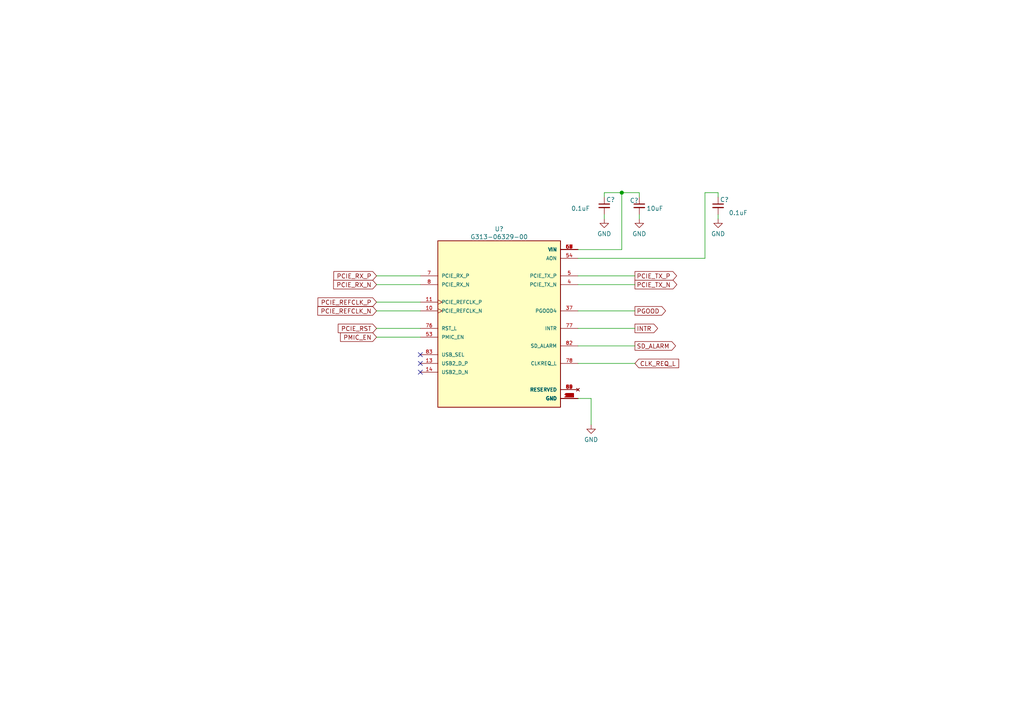
<source format=kicad_sch>
(kicad_sch (version 20210126) (generator eeschema)
  (paper "A4")
  (lib_symbols
    (symbol "Device:C_Small" (pin_numbers hide) (pin_names (offset 0.254) hide)
      (property "Reference" "C" (at 0.254 1.778 0))
      (property "Value" "C_Small" (at 0.254 -2.032 0))
      (symbol "C_Small_0_1"
        (polyline (pts (xy -1.524 -0.508) (xy 1.524 -0.508)) (stroke (width 0.3302)))
        (polyline (pts (xy -1.524 0.508) (xy 1.524 0.508)) (stroke (width 0.3048)))
      )
      (symbol "C_Small_1_1"
        (pin passive line (at 0 2.54 270) (length 2.032) (name "~") (number "1"))
        (pin passive line (at 0 -2.54 90) (length 2.032) (name "~") (number "2"))
      )
    )
    (symbol "G313-06329-00:G313-06329-00" (pin_names (offset 1.016))
      (property "Reference" "U" (at -17.78 23.622 0))
      (property "Value" "G313-06329-00" (at -17.78 -27.94 0))
      (symbol "G313-06329-00_0_0"
        (rectangle (start -17.78 -25.4) (end 17.78 22.86) (stroke (width 0.254)) (fill (type background)))
        (pin power_in line (at 22.86 -22.86 180) (length 5.08) (name "GND") (number "1"))
        (pin input clock (at -22.86 2.54 0) (length 5.08) (name "PCIE_REFCLK_N") (number "10"))
        (pin power_in line (at 22.86 -22.86 180) (length 5.08) (name "GND") (number "100"))
        (pin power_in line (at 22.86 -22.86 180) (length 5.08) (name "GND") (number "101"))
        (pin power_in line (at 22.86 -22.86 180) (length 5.08) (name "GND") (number "102"))
        (pin power_in line (at 22.86 -22.86 180) (length 5.08) (name "GND") (number "103"))
        (pin power_in line (at 22.86 -22.86 180) (length 5.08) (name "GND") (number "104"))
        (pin power_in line (at 22.86 -22.86 180) (length 5.08) (name "GND") (number "105"))
        (pin power_in line (at 22.86 -22.86 180) (length 5.08) (name "GND") (number "106"))
        (pin power_in line (at 22.86 -22.86 180) (length 5.08) (name "GND") (number "107"))
        (pin power_in line (at 22.86 -22.86 180) (length 5.08) (name "GND") (number "108"))
        (pin power_in line (at 22.86 -22.86 180) (length 5.08) (name "GND") (number "109"))
        (pin input clock (at -22.86 5.08 0) (length 5.08) (name "PCIE_REFCLK_P") (number "11"))
        (pin power_in line (at 22.86 -22.86 180) (length 5.08) (name "GND") (number "110"))
        (pin power_in line (at 22.86 -22.86 180) (length 5.08) (name "GND") (number "111"))
        (pin power_in line (at 22.86 -22.86 180) (length 5.08) (name "GND") (number "112"))
        (pin power_in line (at 22.86 -22.86 180) (length 5.08) (name "GND") (number "113"))
        (pin power_in line (at 22.86 -22.86 180) (length 5.08) (name "GND") (number "114"))
        (pin power_in line (at 22.86 -22.86 180) (length 5.08) (name "GND") (number "115"))
        (pin power_in line (at 22.86 -22.86 180) (length 5.08) (name "GND") (number "116"))
        (pin power_in line (at 22.86 -22.86 180) (length 5.08) (name "GND") (number "117"))
        (pin power_in line (at 22.86 -22.86 180) (length 5.08) (name "GND") (number "118"))
        (pin power_in line (at 22.86 -22.86 180) (length 5.08) (name "GND") (number "119"))
        (pin power_in line (at 22.86 -22.86 180) (length 5.08) (name "GND") (number "12"))
        (pin power_in line (at 22.86 -22.86 180) (length 5.08) (name "GND") (number "120"))
        (pin bidirectional line (at -22.86 -12.7 0) (length 5.08) (name "USB2_D_P") (number "13"))
        (pin bidirectional line (at -22.86 -15.24 0) (length 5.08) (name "USB2_D_N") (number "14"))
        (pin power_in line (at 22.86 -22.86 180) (length 5.08) (name "GND") (number "15"))
        (pin power_in line (at 22.86 -22.86 180) (length 5.08) (name "GND") (number "16"))
        (pin power_in line (at 22.86 -22.86 180) (length 5.08) (name "GND") (number "17"))
        (pin power_in line (at 22.86 -22.86 180) (length 5.08) (name "GND") (number "18"))
        (pin power_in line (at 22.86 -22.86 180) (length 5.08) (name "GND") (number "19"))
        (pin power_in line (at 22.86 -22.86 180) (length 5.08) (name "GND") (number "2"))
        (pin power_in line (at 22.86 -22.86 180) (length 5.08) (name "GND") (number "20"))
        (pin power_in line (at 22.86 -22.86 180) (length 5.08) (name "GND") (number "21"))
        (pin power_in line (at 22.86 -22.86 180) (length 5.08) (name "GND") (number "22"))
        (pin power_in line (at 22.86 -22.86 180) (length 5.08) (name "GND") (number "23"))
        (pin power_in line (at 22.86 -22.86 180) (length 5.08) (name "GND") (number "24"))
        (pin power_in line (at 22.86 -22.86 180) (length 5.08) (name "GND") (number "25"))
        (pin power_in line (at 22.86 -22.86 180) (length 5.08) (name "GND") (number "26"))
        (pin power_in line (at 22.86 -22.86 180) (length 5.08) (name "GND") (number "27"))
        (pin power_in line (at 22.86 -22.86 180) (length 5.08) (name "GND") (number "28"))
        (pin power_in line (at 22.86 -22.86 180) (length 5.08) (name "GND") (number "29"))
        (pin power_in line (at 22.86 -22.86 180) (length 5.08) (name "GND") (number "3"))
        (pin power_in line (at 22.86 -22.86 180) (length 5.08) (name "GND") (number "30"))
        (pin power_in line (at 22.86 -22.86 180) (length 5.08) (name "GND") (number "31"))
        (pin power_in line (at 22.86 -22.86 180) (length 5.08) (name "GND") (number "32"))
        (pin power_in line (at 22.86 -22.86 180) (length 5.08) (name "GND") (number "33"))
        (pin power_in line (at 22.86 -22.86 180) (length 5.08) (name "GND") (number "34"))
        (pin power_in line (at 22.86 -22.86 180) (length 5.08) (name "GND") (number "35"))
        (pin power_in line (at 22.86 -22.86 180) (length 5.08) (name "GND") (number "36"))
        (pin output line (at 22.86 2.54 180) (length 5.08) (name "PGOOD4") (number "37"))
        (pin power_in line (at 22.86 -22.86 180) (length 5.08) (name "GND") (number "38"))
        (pin power_in line (at 22.86 -22.86 180) (length 5.08) (name "GND") (number "39"))
        (pin output line (at 22.86 10.16 180) (length 5.08) (name "PCIE_TX_N") (number "4"))
        (pin power_in line (at 22.86 -22.86 180) (length 5.08) (name "GND") (number "40"))
        (pin power_in line (at 22.86 -22.86 180) (length 5.08) (name "GND") (number "41"))
        (pin power_in line (at 22.86 -22.86 180) (length 5.08) (name "GND") (number "42"))
        (pin power_in line (at 22.86 -22.86 180) (length 5.08) (name "GND") (number "43"))
        (pin power_in line (at 22.86 -22.86 180) (length 5.08) (name "GND") (number "44"))
        (pin power_in line (at 22.86 -22.86 180) (length 5.08) (name "GND") (number "45"))
        (pin power_in line (at 22.86 -22.86 180) (length 5.08) (name "GND") (number "46"))
        (pin power_in line (at 22.86 -22.86 180) (length 5.08) (name "GND") (number "47"))
        (pin power_in line (at 22.86 -22.86 180) (length 5.08) (name "GND") (number "48"))
        (pin no_connect line (at 22.86 -20.32 180) (length 5.08) (name "RESERVED") (number "49"))
        (pin output line (at 22.86 12.7 180) (length 5.08) (name "PCIE_TX_P") (number "5"))
        (pin no_connect line (at 22.86 -20.32 180) (length 5.08) (name "RESERVED") (number "50"))
        (pin power_in line (at 22.86 -22.86 180) (length 5.08) (name "GND") (number "51"))
        (pin no_connect line (at 22.86 -20.32 180) (length 5.08) (name "RESERVED") (number "52"))
        (pin input line (at -22.86 -5.08 0) (length 5.08) (name "PMIC_EN") (number "53"))
        (pin power_in line (at 22.86 17.78 180) (length 5.08) (name "AON") (number "54"))
        (pin power_in line (at 22.86 -22.86 180) (length 5.08) (name "GND") (number "55"))
        (pin power_in line (at 22.86 20.32 180) (length 5.08) (name "VIN") (number "56"))
        (pin power_in line (at 22.86 20.32 180) (length 5.08) (name "VIN") (number "57"))
        (pin power_in line (at 22.86 20.32 180) (length 5.08) (name "VIN") (number "58"))
        (pin power_in line (at 22.86 20.32 180) (length 5.08) (name "VIN") (number "59"))
        (pin power_in line (at 22.86 -22.86 180) (length 5.08) (name "GND") (number "6"))
        (pin power_in line (at 22.86 20.32 180) (length 5.08) (name "VIN") (number "60"))
        (pin power_in line (at 22.86 20.32 180) (length 5.08) (name "VIN") (number "61"))
        (pin power_in line (at 22.86 20.32 180) (length 5.08) (name "VIN") (number "62"))
        (pin power_in line (at 22.86 20.32 180) (length 5.08) (name "VIN") (number "63"))
        (pin power_in line (at 22.86 20.32 180) (length 5.08) (name "VIN") (number "64"))
        (pin power_in line (at 22.86 20.32 180) (length 5.08) (name "VIN") (number "65"))
        (pin power_in line (at 22.86 20.32 180) (length 5.08) (name "VIN") (number "66"))
        (pin power_in line (at 22.86 20.32 180) (length 5.08) (name "VIN") (number "67"))
        (pin power_in line (at 22.86 -22.86 180) (length 5.08) (name "GND") (number "68"))
        (pin power_in line (at 22.86 -22.86 180) (length 5.08) (name "GND") (number "69"))
        (pin input line (at -22.86 12.7 0) (length 5.08) (name "PCIE_RX_P") (number "7"))
        (pin power_in line (at 22.86 -22.86 180) (length 5.08) (name "GND") (number "70"))
        (pin power_in line (at 22.86 -22.86 180) (length 5.08) (name "GND") (number "71"))
        (pin power_in line (at 22.86 -22.86 180) (length 5.08) (name "GND") (number "72"))
        (pin power_in line (at 22.86 -22.86 180) (length 5.08) (name "GND") (number "73"))
        (pin power_in line (at 22.86 -22.86 180) (length 5.08) (name "GND") (number "74"))
        (pin power_in line (at 22.86 -22.86 180) (length 5.08) (name "GND") (number "75"))
        (pin input line (at -22.86 -2.54 0) (length 5.08) (name "RST_L") (number "76"))
        (pin output line (at 22.86 -2.54 180) (length 5.08) (name "INTR") (number "77"))
        (pin bidirectional line (at 22.86 -12.7 180) (length 5.08) (name "CLKREQ_L") (number "78"))
        (pin power_in line (at 22.86 -22.86 180) (length 5.08) (name "GND") (number "79"))
        (pin input line (at -22.86 10.16 0) (length 5.08) (name "PCIE_RX_N") (number "8"))
        (pin power_in line (at 22.86 -22.86 180) (length 5.08) (name "GND") (number "80"))
        (pin power_in line (at 22.86 -22.86 180) (length 5.08) (name "GND") (number "81"))
        (pin output line (at 22.86 -7.62 180) (length 5.08) (name "SD_ALARM") (number "82"))
        (pin input line (at -22.86 -10.16 0) (length 5.08) (name "USB_SEL") (number "83"))
        (pin no_connect line (at 22.86 -20.32 180) (length 5.08) (name "RESERVED") (number "84"))
        (pin no_connect line (at 22.86 -20.32 180) (length 5.08) (name "RESERVED") (number "85"))
        (pin power_in line (at 22.86 -22.86 180) (length 5.08) (name "GND") (number "86"))
        (pin power_in line (at 22.86 -22.86 180) (length 5.08) (name "GND") (number "87"))
        (pin power_in line (at 22.86 -22.86 180) (length 5.08) (name "GND") (number "88"))
        (pin power_in line (at 22.86 -22.86 180) (length 5.08) (name "GND") (number "89"))
        (pin power_in line (at 22.86 -22.86 180) (length 5.08) (name "GND") (number "9"))
        (pin power_in line (at 22.86 -22.86 180) (length 5.08) (name "GND") (number "90"))
        (pin power_in line (at 22.86 -22.86 180) (length 5.08) (name "GND") (number "91"))
        (pin power_in line (at 22.86 -22.86 180) (length 5.08) (name "GND") (number "92"))
        (pin power_in line (at 22.86 -22.86 180) (length 5.08) (name "GND") (number "93"))
        (pin power_in line (at 22.86 -22.86 180) (length 5.08) (name "GND") (number "94"))
        (pin power_in line (at 22.86 -22.86 180) (length 5.08) (name "GND") (number "95"))
        (pin power_in line (at 22.86 -22.86 180) (length 5.08) (name "GND") (number "96"))
        (pin power_in line (at 22.86 -22.86 180) (length 5.08) (name "GND") (number "97"))
        (pin power_in line (at 22.86 -22.86 180) (length 5.08) (name "GND") (number "98"))
        (pin power_in line (at 22.86 -22.86 180) (length 5.08) (name "GND") (number "99"))
      )
    )
    (symbol "power:GND" (power) (pin_names (offset 0))
      (property "Value" "GND" (at 0 -3.81 0))
      (symbol "GND_0_1"
        (polyline (pts (xy 0 0) (xy 0 -1.27) (xy 1.27 -1.27) (xy 0 -2.54) (xy -1.27 -1.27) (xy 0 -1.27)))
      )
      (symbol "GND_1_1"
        (pin power_in line (at 0 0 270) (length 0) hide (name "GND") (number "1"))
      )
    )
  )
  (junction (at 180.34 55.88) (diameter 1.016))
  (no_connect (at 121.92 102.87))
  (no_connect (at 121.92 105.41))
  (no_connect (at 121.92 107.95))
  (wire (pts (xy 109.22 80.01) (xy 121.92 80.01)))
  (wire (pts (xy 109.22 82.55) (xy 121.92 82.55)))
  (wire (pts (xy 109.22 87.63) (xy 121.92 87.63)))
  (wire (pts (xy 109.22 90.17) (xy 121.92 90.17)))
  (wire (pts (xy 109.22 95.25) (xy 121.92 95.25)))
  (wire (pts (xy 109.22 97.79) (xy 121.92 97.79)))
  (wire (pts (xy 167.64 72.39) (xy 180.34 72.39)))
  (wire (pts (xy 167.64 74.93) (xy 204.47 74.93)))
  (wire (pts (xy 167.64 80.01) (xy 184.15 80.01)))
  (wire (pts (xy 167.64 82.55) (xy 184.15 82.55)))
  (wire (pts (xy 167.64 90.17) (xy 184.15 90.17)))
  (wire (pts (xy 167.64 95.25) (xy 184.15 95.25)))
  (wire (pts (xy 167.64 100.33) (xy 184.15 100.33)))
  (wire (pts (xy 167.64 105.41) (xy 184.15 105.41)))
  (wire (pts (xy 167.64 115.57) (xy 171.45 115.57)))
  (wire (pts (xy 171.45 115.57) (xy 171.45 123.19)))
  (wire (pts (xy 175.26 55.88) (xy 180.34 55.88)))
  (wire (pts (xy 175.26 57.15) (xy 175.26 55.88)))
  (wire (pts (xy 175.26 62.23) (xy 175.26 63.5)))
  (wire (pts (xy 180.34 55.88) (xy 185.42 55.88)))
  (wire (pts (xy 180.34 72.39) (xy 180.34 55.88)))
  (wire (pts (xy 185.42 55.88) (xy 185.42 57.15)))
  (wire (pts (xy 185.42 62.23) (xy 185.42 63.5)))
  (wire (pts (xy 204.47 55.88) (xy 204.47 74.93)))
  (wire (pts (xy 208.28 55.88) (xy 204.47 55.88)))
  (wire (pts (xy 208.28 57.15) (xy 208.28 55.88)))
  (wire (pts (xy 208.28 62.23) (xy 208.28 63.5)))
  (global_label "PCIE_RX_P" (shape input) (at 109.22 80.01 180) (property "Intersheet References" "${INTERSHEET_REFS}" (effects hide)))
  (global_label "PCIE_RX_N" (shape input) (at 109.22 82.55 180) (property "Intersheet References" "${INTERSHEET_REFS}" (effects hide)))
  (global_label "PCIE_REFCLK_P" (shape input) (at 109.22 87.63 180) (property "Intersheet References" "${INTERSHEET_REFS}" (effects hide)))
  (global_label "PCIE_REFCLK_N" (shape input) (at 109.22 90.17 180) (property "Intersheet References" "${INTERSHEET_REFS}" (effects hide)))
  (global_label "PCIE_RST" (shape input) (at 109.22 95.25 180) (property "Intersheet References" "${INTERSHEET_REFS}" (effects hide)))
  (global_label "PMIC_EN" (shape input) (at 109.22 97.79 180) (property "Intersheet References" "${INTERSHEET_REFS}" (effects hide)))
  (global_label "PCIE_TX_P" (shape output) (at 184.15 80.01 0) (property "Intersheet References" "${INTERSHEET_REFS}" (effects hide)))
  (global_label "PCIE_TX_N" (shape output) (at 184.15 82.55 0) (property "Intersheet References" "${INTERSHEET_REFS}" (effects hide)))
  (global_label "PGOOD" (shape output) (at 184.15 90.17 0) (property "Intersheet References" "${INTERSHEET_REFS}" (effects hide)))
  (global_label "INTR" (shape output) (at 184.15 95.25 0) (property "Intersheet References" "${INTERSHEET_REFS}" (effects hide)))
  (global_label "SD_ALARM" (shape output) (at 184.15 100.33 0) (property "Intersheet References" "${INTERSHEET_REFS}" (effects hide)))
  (global_label "CLK_REQ_L" (shape input) (at 184.15 105.41 0) (property "Intersheet References" "${INTERSHEET_REFS}" (effects hide)))
  (symbol (lib_id "power:GND") (at 171.45 123.19 0) (unit 1)
    (property "Reference" "#PWR?" (effects hide))
    (property "Value" "GND" (at 171.45 127.5144 0))
  )
  (symbol (lib_id "power:GND") (at 175.26 63.5 0) (unit 1)
    (property "Reference" "#PWR?" (effects hide))
    (property "Value" "GND" (at 175.26 67.8244 0))
  )
  (symbol (lib_id "power:GND") (at 185.42 63.5 0) (unit 1)
    (property "Reference" "#PWR?" (effects hide))
    (property "Value" "GND" (at 185.42 67.8244 0))
  )
  (symbol (lib_id "power:GND") (at 208.28 63.5 0) (unit 1)
    (property "Reference" "#PWR?" (effects hide))
    (property "Value" "GND" (at 208.28 67.8244 0))
  )
  (symbol (lib_id "Device:C_Small") (at 175.26 59.69 0) (mirror y) (unit 1)
    (property "Reference" "C?" (at 175.8062 57.9131 0) (effects (justify right)))
    (property "Value" "0.1uF" (at 165.6462 60.4658 0) (effects (justify right)))
  )
  (symbol (lib_id "Device:C_Small") (at 185.42 59.69 0) (unit 1)
    (property "Reference" "C?" (at 182.6642 58.1671 0) (effects (justify left)))
    (property "Value" "10uF" (at 187.4902 60.4658 0) (effects (justify left)))
  )
  (symbol (lib_id "Device:C_Small") (at 208.28 59.69 0) (mirror y) (unit 1)
    (property "Reference" "C?" (at 208.8262 57.9131 0) (effects (justify right)))
    (property "Value" "0.1uF" (at 211.3662 61.7358 0) (effects (justify right)))
  )
  (symbol (lib_id "G313-06329-00:G313-06329-00") (at 144.78 92.71 0) (unit 1)
    (property "Reference" "U?" (at 144.78 66.4168 0))
    (property "Value" "G313-06329-00" (at 144.78 68.7155 0))
    (property "Footprint" "MODULE_G313-06329-00" (effects hide))
    (property "PARTREV" "1.3" (effects hide))
    (property "MAXIMUM_PACKAGE_HEIGHT" "1.55 mm" (effects hide))
    (property "STANDARD" "Manufacturer Recommendations" (effects hide))
    (property "MANUFACTURER" "Coral" (effects hide))
  )
)
</source>
